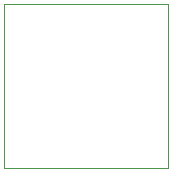
<source format=gbr>
G04 #@! TF.GenerationSoftware,KiCad,Pcbnew,(5.1.5-0-10_14)*
G04 #@! TF.CreationDate,2020-04-28T22:37:27-06:00*
G04 #@! TF.ProjectId,SSOP4-Breakout,53534f50-342d-4427-9265-616b6f75742e,rev?*
G04 #@! TF.SameCoordinates,Original*
G04 #@! TF.FileFunction,Glue,Top*
G04 #@! TF.FilePolarity,Positive*
%FSLAX46Y46*%
G04 Gerber Fmt 4.6, Leading zero omitted, Abs format (unit mm)*
G04 Created by KiCad (PCBNEW (5.1.5-0-10_14)) date 2020-04-28 22:37:27*
%MOMM*%
%LPD*%
G04 APERTURE LIST*
%ADD10C,0.050000*%
G04 APERTURE END LIST*
D10*
X24892000Y-25908000D02*
X25908000Y-25908000D01*
X25908000Y-12065000D02*
X24892000Y-12065000D01*
X24892000Y-12065000D02*
X12065000Y-12065000D01*
X25908000Y-25908000D02*
X25908000Y-12065000D01*
X12065000Y-25908000D02*
X24892000Y-25908000D01*
X12065000Y-12065000D02*
X12065000Y-25908000D01*
M02*

</source>
